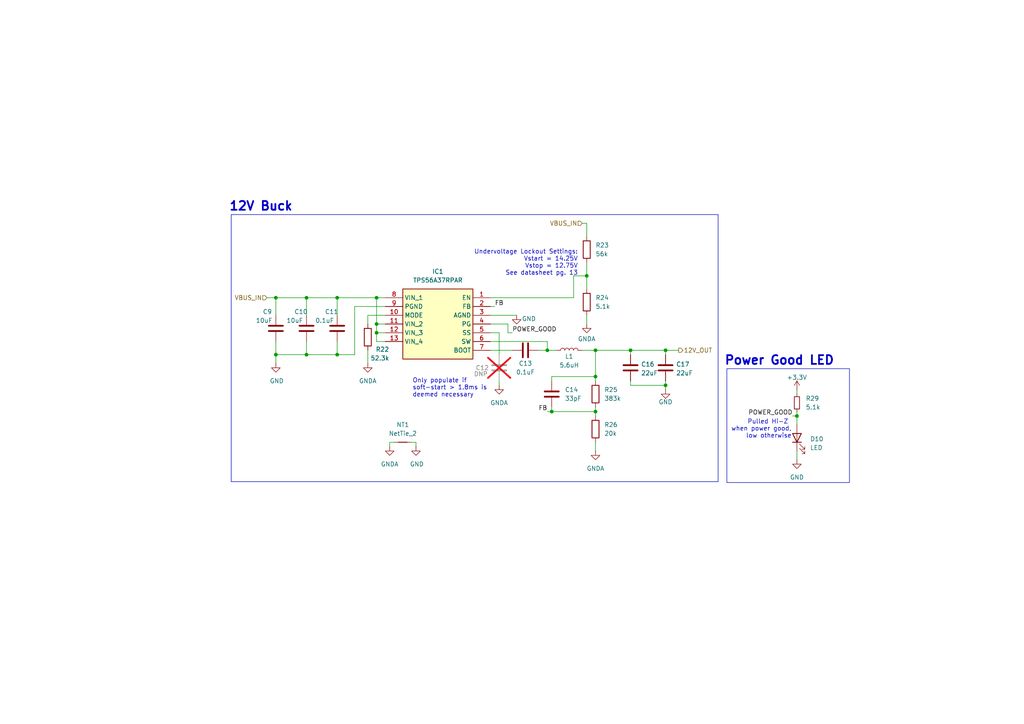
<source format=kicad_sch>
(kicad_sch (version 20231120) (generator "eeschema") (generator_version "8.0")
  (paper "A4")
  (title_block (title "12V Buck Converter") (company "Longhorn Racing Solar") (comment 1 "https://cloud.wikis.utexas.edu/wiki/x/-qKvAQ"))
  (lib_symbols
    (symbol "Device:C" (pin_numbers hide) (pin_names (offset 0.254))
      (property "Reference" "C" (at 0.635 2.54 0))
      (property "Value" "C" (at 0.635 -2.54 0))
      (symbol "C_0_1"
        (polyline (pts (xy -2.032 -0.762) (xy 2.032 -0.762)) (stroke (width 0.508)))
        (polyline (pts (xy -2.032 0.762) (xy 2.032 0.762)) (stroke (width 0.508)))
      )
      (symbol "C_1_1"
        (pin passive line (at 0 3.81 270) (length 2.794) (name "~") (number "1"))
        (pin passive line (at 0 -3.81 90) (length 2.794) (name "~") (number "2"))
      )
    )
    (symbol "Device:L" (pin_numbers hide) (pin_names (offset 1.016) hide)
      (property "Reference" "L" (at -1.27 0 90))
      (property "Value" "L" (at 1.905 0 90))
      (symbol "L_0_1"
        (arc (start 0 -2.54) (mid 0.6323 -1.905) (end 0 -1.27))
        (arc (start 0 -1.27) (mid 0.6323 -0.635) (end 0 0))
        (arc (start 0 0) (mid 0.6323 0.635) (end 0 1.27))
        (arc (start 0 1.27) (mid 0.6323 1.905) (end 0 2.54))
      )
      (symbol "L_1_1"
        (pin passive line (at 0 3.81 270) (length 1.27) (name "1") (number "1"))
        (pin passive line (at 0 -3.81 90) (length 1.27) (name "2") (number "2"))
      )
    )
    (symbol "Device:LED" (pin_numbers hide) (pin_names (offset 1.016) hide)
      (property "Reference" "D" (at 0 2.54 0))
      (property "Value" "LED" (at 0 -2.54 0))
      (symbol "LED_0_1"
        (polyline (pts (xy -1.27 -1.27) (xy -1.27 1.27)) (stroke (width 0.254)))
        (polyline (pts (xy -1.27 0) (xy 1.27 0)))
        (polyline (pts (xy 1.27 -1.27) (xy 1.27 1.27) (xy -1.27 0) (xy 1.27 -1.27)) (stroke (width 0.254)))
        (polyline (pts (xy -3.048 -0.762) (xy -4.572 -2.286) (xy -3.81 -2.286) (xy -4.572 -2.286) (xy -4.572 -1.524)))
        (polyline (pts (xy -1.778 -0.762) (xy -3.302 -2.286) (xy -2.54 -2.286) (xy -3.302 -2.286) (xy -3.302 -1.524)))
      )
      (symbol "LED_1_1"
        (pin passive line (at -3.81 0 0) (length 2.54) (name "K") (number "1"))
        (pin passive line (at 3.81 0 180) (length 2.54) (name "A") (number "2"))
      )
    )
    (symbol "Device:NetTie_2" (pin_numbers hide) (pin_names (offset 0) hide) (in_bom no)
      (property "Reference" "NT" (at 0 1.27 0))
      (property "Value" "NetTie_2" (at 0 -1.27 0))
      (symbol "NetTie_2_0_1"
        (polyline (pts (xy -1.27 0) (xy 1.27 0)) (stroke (width 0.254)))
      )
      (symbol "NetTie_2_1_1"
        (pin passive line (at -2.54 0 0) (length 2.54) (name "1") (number "1"))
        (pin passive line (at 2.54 0 180) (length 2.54) (name "2") (number "2"))
      )
    )
    (symbol "Device:R" (pin_numbers hide) (pin_names (offset 0))
      (property "Reference" "R" (at 2.032 0 90))
      (property "Value" "R" (at 0 0 90))
      (symbol "R_0_1"
        (rectangle (start -1.016 -2.54) (end 1.016 2.54) (stroke (width 0.254)))
      )
      (symbol "R_1_1"
        (pin passive line (at 0 3.81 270) (length 1.27) (name "~") (number "1"))
        (pin passive line (at 0 -3.81 90) (length 1.27) (name "~") (number "2"))
      )
    )
    (symbol "Device:R_Small" (pin_numbers hide) (pin_names (offset 0.254) hide)
      (property "Reference" "R" (at 0.762 0.508 0))
      (property "Value" "R_Small" (at 0.762 -1.016 0))
      (symbol "R_Small_0_1"
        (rectangle (start -0.762 1.778) (end 0.762 -1.778) (stroke (width 0.2032)))
      )
      (symbol "R_Small_1_1"
        (pin passive line (at 0 2.54 270) (length 0.762) (name "~") (number "1"))
        (pin passive line (at 0 -2.54 90) (length 0.762) (name "~") (number "2"))
      )
    )
    (symbol "power:+3.3V" (power) (pin_numbers hide) (pin_names (offset 0) hide)
      (property "Value" "+3.3V" (at 0 3.556 0))
      (symbol "+3.3V_0_1"
        (polyline (pts (xy -0.762 1.27) (xy 0 2.54)))
        (polyline (pts (xy 0 0) (xy 0 2.54)))
        (polyline (pts (xy 0 2.54) (xy 0.762 1.27)))
      )
      (symbol "+3.3V_1_1"
        (pin power_in line (at 0 0 90) (length 0) (name "~") (number "1"))
      )
    )
    (symbol "power:GND" (power) (pin_numbers hide) (pin_names (offset 0) hide)
      (property "Value" "GND" (at 0 -3.81 0))
      (symbol "GND_0_1"
        (polyline (pts (xy 0 0) (xy 0 -1.27) (xy 1.27 -1.27) (xy 0 -2.54) (xy -1.27 -1.27) (xy 0 -1.27)))
      )
      (symbol "GND_1_1"
        (pin power_in line (at 0 0 270) (length 0) (name "~") (number "1"))
      )
    )
    (symbol "power:GNDA" (power) (pin_numbers hide) (pin_names (offset 0) hide)
      (property "Value" "GNDA" (at 0 -3.81 0))
      (symbol "GNDA_0_1"
        (polyline (pts (xy 0 0) (xy 0 -1.27) (xy 1.27 -1.27) (xy 0 -2.54) (xy -1.27 -1.27) (xy 0 -1.27)))
      )
      (symbol "GNDA_1_1"
        (pin power_in line (at 0 0 270) (length 0) (name "~") (number "1"))
      )
    )
    (symbol "utsvt-power-regulators:TPS56A37RPAR"
      (property "Reference" "IC" (at 26.67 7.62 0))
      (property "Value" "TPS56A37RPAR" (at 26.67 5.08 0))
      (symbol "TPS56A37RPAR_1_1"
        (rectangle (start 5.08 2.54) (end 25.4 -17.78) (stroke (width 0.254)) (fill (type background)))
        (pin passive line (at 0 0 0) (length 5.08) (name "EN") (number "1"))
        (pin passive line (at 30.48 -5.08 180) (length 5.08) (name "MODE") (number "10"))
        (pin passive line (at 30.48 -7.62 180) (length 5.08) (name "VIN_2") (number "11"))
        (pin passive line (at 30.48 -10.16 180) (length 5.08) (name "VIN_3") (number "12"))
        (pin passive line (at 30.48 -12.7 180) (length 5.08) (name "VIN_4") (number "13"))
        (pin passive line (at 0 -2.54 0) (length 5.08) (name "FB") (number "2"))
        (pin passive line (at 0 -5.08 0) (length 5.08) (name "AGND") (number "3"))
        (pin passive line (at 0 -7.62 0) (length 5.08) (name "PG") (number "4"))
        (pin passive line (at 0 -10.16 0) (length 5.08) (name "SS") (number "5"))
        (pin passive line (at 0 -12.7 0) (length 5.08) (name "SW") (number "6"))
        (pin passive line (at 0 -15.24 0) (length 5.08) (name "BOOT") (number "7"))
        (pin passive line (at 30.48 0 180) (length 5.08) (name "VIN_1") (number "8"))
        (pin passive line (at 30.48 -2.54 180) (length 5.08) (name "PGND") (number "9"))
      )
    )
  )
  (junction (at 80.01 86.36))
  (junction (at 109.22 96.52))
  (junction (at 97.79 102.87))
  (junction (at 170.18 80.01))
  (junction (at 109.22 86.36))
  (junction (at 182.88 101.6))
  (junction (at 88.9 86.36))
  (junction (at 97.79 86.36))
  (junction (at 158.75 101.6))
  (junction (at 172.72 101.6))
  (junction (at 88.9 102.87))
  (junction (at 193.04 111.76))
  (junction (at 160.02 119.38))
  (junction (at 231.14 120.65))
  (junction (at 172.72 109.22))
  (junction (at 109.22 93.98))
  (junction (at 172.72 119.38))
  (junction (at 193.04 101.6))
  (junction (at 80.01 102.87))
  (wire (pts (xy 193.04 101.6) (xy 196.85 101.6)))
  (wire (pts (xy 231.14 113.03) (xy 231.14 114.3)))
  (wire (pts (xy 147.32 96.52) (xy 148.59 96.52)))
  (wire (pts (xy 160.02 119.38) (xy 172.72 119.38)))
  (wire (pts (xy 97.79 86.36) (xy 109.22 86.36)))
  (wire (pts (xy 160.02 119.38) (xy 160.02 118.11)))
  (wire (pts (xy 144.78 111.76) (xy 144.78 110.49)))
  (wire (pts (xy 88.9 102.87) (xy 80.01 102.87)))
  (wire (pts (xy 166.37 80.01) (xy 170.18 80.01)))
  (wire (pts (xy 142.24 88.9) (xy 143.51 88.9)))
  (wire (pts (xy 172.72 128.27) (xy 172.72 130.81)))
  (wire (pts (xy 142.24 91.44) (xy 149.86 91.44)))
  (wire (pts (xy 156.21 101.6) (xy 158.75 101.6)))
  (wire (pts (xy 193.04 111.76) (xy 182.88 111.76)))
  (wire (pts (xy 147.32 93.98) (xy 142.24 93.98)))
  (wire (pts (xy 170.18 64.77) (xy 168.91 64.77)))
  (wire (pts (xy 172.72 101.6) (xy 182.88 101.6)))
  (wire (pts (xy 80.01 86.36) (xy 88.9 86.36)))
  (wire (pts (xy 231.14 120.65) (xy 231.14 119.38)))
  (wire (pts (xy 160.02 109.22) (xy 160.02 110.49)))
  (wire (pts (xy 102.87 88.9) (xy 102.87 102.87)))
  (wire (pts (xy 160.02 109.22) (xy 172.72 109.22)))
  (wire (pts (xy 170.18 76.2) (xy 170.18 80.01)))
  (wire (pts (xy 172.72 109.22) (xy 172.72 110.49)))
  (wire (pts (xy 166.37 80.01) (xy 166.37 86.36)))
  (wire (pts (xy 170.18 91.44) (xy 170.18 93.98)))
  (wire (pts (xy 88.9 99.06) (xy 88.9 102.87)))
  (wire (pts (xy 106.68 101.6) (xy 106.68 105.41)))
  (wire (pts (xy 106.68 91.44) (xy 106.68 93.98)))
  (wire (pts (xy 193.04 111.76) (xy 193.04 113.03)))
  (wire (pts (xy 109.22 86.36) (xy 109.22 93.98)))
  (wire (pts (xy 109.22 99.06) (xy 109.22 96.52)))
  (wire (pts (xy 97.79 102.87) (xy 88.9 102.87)))
  (wire (pts (xy 88.9 86.36) (xy 97.79 86.36)))
  (wire (pts (xy 182.88 111.76) (xy 182.88 110.49)))
  (wire (pts (xy 97.79 99.06) (xy 97.79 102.87)))
  (wire (pts (xy 172.72 118.11) (xy 172.72 119.38)))
  (wire (pts (xy 158.75 101.6) (xy 161.29 101.6)))
  (wire (pts (xy 77.47 86.36) (xy 80.01 86.36)))
  (wire (pts (xy 80.01 105.41) (xy 80.01 102.87)))
  (wire (pts (xy 170.18 64.77) (xy 170.18 68.58)))
  (wire (pts (xy 111.76 88.9) (xy 102.87 88.9)))
  (wire (pts (xy 193.04 110.49) (xy 193.04 111.76)))
  (wire (pts (xy 111.76 99.06) (xy 109.22 99.06)))
  (wire (pts (xy 158.75 119.38) (xy 160.02 119.38)))
  (wire (pts (xy 111.76 96.52) (xy 109.22 96.52)))
  (wire (pts (xy 111.76 86.36) (xy 109.22 86.36)))
  (wire (pts (xy 231.14 130.81) (xy 231.14 133.35)))
  (wire (pts (xy 142.24 96.52) (xy 144.78 96.52)))
  (wire (pts (xy 168.91 101.6) (xy 172.72 101.6)))
  (wire (pts (xy 170.18 80.01) (xy 170.18 83.82)))
  (wire (pts (xy 113.03 129.54) (xy 113.03 128.27)))
  (wire (pts (xy 142.24 86.36) (xy 166.37 86.36)))
  (wire (pts (xy 88.9 91.44) (xy 88.9 86.36)))
  (wire (pts (xy 80.01 99.06) (xy 80.01 102.87)))
  (wire (pts (xy 113.03 128.27) (xy 114.3 128.27)))
  (wire (pts (xy 172.72 119.38) (xy 172.72 120.65)))
  (wire (pts (xy 147.32 93.98) (xy 147.32 96.52)))
  (wire (pts (xy 80.01 91.44) (xy 80.01 86.36)))
  (wire (pts (xy 193.04 102.87) (xy 193.04 101.6)))
  (wire (pts (xy 158.75 99.06) (xy 158.75 101.6)))
  (wire (pts (xy 120.65 128.27) (xy 120.65 129.54)))
  (wire (pts (xy 120.65 128.27) (xy 119.38 128.27)))
  (wire (pts (xy 142.24 99.06) (xy 158.75 99.06)))
  (wire (pts (xy 229.87 120.65) (xy 231.14 120.65)))
  (wire (pts (xy 102.87 102.87) (xy 97.79 102.87)))
  (wire (pts (xy 231.14 123.19) (xy 231.14 120.65)))
  (wire (pts (xy 182.88 102.87) (xy 182.88 101.6)))
  (wire (pts (xy 182.88 101.6) (xy 193.04 101.6)))
  (wire (pts (xy 109.22 96.52) (xy 109.22 93.98)))
  (wire (pts (xy 172.72 101.6) (xy 172.72 109.22)))
  (wire (pts (xy 97.79 91.44) (xy 97.79 86.36)))
  (wire (pts (xy 142.24 101.6) (xy 148.59 101.6)))
  (wire (pts (xy 111.76 91.44) (xy 106.68 91.44)))
  (wire (pts (xy 109.22 93.98) (xy 111.76 93.98)))
  (wire (pts (xy 144.78 96.52) (xy 144.78 102.87)))
  (rectangle (start 67.056 62.23) (end 208.28 139.7))
  (rectangle (start 210.82 106.934) (end 246.38 139.954))
  (text "Only populate if \nsoft-start > 1.8ms is \ndeemed necessary" (at 119.634 112.522 0) (effects (font (size 1.27 1.27)) (justify left)))
  (text "Undervoltage Lockout Settings:\nVstart = 14.25V\nVstop = 12.75V\nSee datasheet pg. 13" (at 167.64 76.2 0) (effects (font (size 1.27 1.27)) (justify right)))
  (text "Pulled Hi-Z \nwhen power good,\nlow otherwise" (at 229.616 124.46 0) (effects (font (size 1.27 1.27)) (justify right)))
  (text "Power Good LED" (at 226.06 104.648 0) (effects (font (size 2.54 2.54) (bold yes))))
  (text "12V Buck" (at 75.692 59.944 0) (effects (font (size 2.54 2.54) (bold yes))))
  (label "POWER_GOOD" (at 148.59 96.52 0))
  (label "POWER_GOOD" (at 229.87 120.65 180))
  (label "FB" (at 158.75 119.38 180))
  (label "FB" (at 143.51 88.9 0))
  (hierarchical_label "VBUS_IN" (shape input) (at 168.91 64.77 180))
  (hierarchical_label "VBUS_IN" (shape input) (at 77.47 86.36 180))
  (hierarchical_label "12V_OUT" (shape output) (at 196.85 101.6 0))
  (symbol (lib_id "power:GNDA") (at 144.78 111.76 0) (unit 1)
    (property "Reference" "#PWR055" (effects (hide yes)))
    (property "Value" "GNDA" (at 144.78 116.84 0))
    (property "Description" "Power symbol creates a global label with name \"GNDA\" , analog ground" (effects (hide yes)))
  )
  (symbol (lib_id "Device:C") (at 182.88 106.68 0) (unit 1)
    (property "Reference" "C16" (at 185.928 105.664 0) (effects (justify left)))
    (property "Value" "22uF" (at 185.928 108.204 0) (effects (justify left)))
    (property "Footprint" "Capacitor_SMD:C_1210_3225Metric" (effects (hide yes)))
    (property "Description" "Unpolarized capacitor" (effects (hide yes)))
    (property "Vdc" "35V" (effects (hide yes)))
    (property "Manufacturer_Name" "Taiyo Yuden" (effects (hide yes)))
    (property "Mouser Part Number" " GMK325BJ226MM-P " (effects (hide yes)))
  )
  (symbol (lib_id "Device:L") (at 165.1 101.6 90) (unit 1)
    (property "Reference" "L1" (at 165.1 103.378 90))
    (property "Value" "5.6uH" (at 165.1 105.918 90))
    (property "Footprint" "UTSVT_Passive:INDPM110100X400N" (effects (hide yes)))
    (property "Datasheet" "https://www.mouser.com/datasheet/2/54/Bourns_07202023_SRP1038CC-3247812.pdf" (effects (hide yes)))
    (property "Description" "Inductor" (effects (hide yes)))
    (property "Mouser Part Number" "SRP1038CC-5R6M" (effects (hide yes)))
    (property "Manufacturer_Name" "Bourns" (effects (hide yes)))
  )
  (symbol (lib_id "Device:R") (at 172.72 114.3 0) (unit 1)
    (property "Reference" "R25" (at 175.26 113.0299 0) (effects (justify left)))
    (property "Value" "383k" (at 175.26 115.5699 0) (effects (justify left)))
    (property "Footprint" "Resistor_SMD:R_0805_2012Metric" (effects (hide yes)))
    (property "Description" "Resistor" (effects (hide yes)))
    (property "Mouser Part Number" "CRCW0805383KFKEAC" (effects (hide yes)))
    (property "Manufacturer_Name" "VISHAY" (effects (hide yes)))
  )
  (symbol (lib_id "power:GND") (at 120.65 129.54 0) (unit 1)
    (property "Reference" "#PWR054" (effects (hide yes)))
    (property "Value" "GND" (at 120.904 134.62 0))
    (property "Description" "Power symbol creates a global label with name \"GND\" , ground" (effects (hide yes)))
  )
  (symbol (lib_id "power:GNDA") (at 170.18 93.98 0) (unit 1)
    (property "Reference" "#PWR057" (effects (hide yes)))
    (property "Value" "GNDA" (at 170.18 98.298 0))
    (property "Description" "Power symbol creates a global label with name \"GNDA\" , analog ground" (effects (hide yes)))
  )
  (symbol (lib_id "Device:C") (at 160.02 114.3 0) (unit 1)
    (property "Reference" "C14" (at 163.83 113.0299 0) (effects (justify left)))
    (property "Value" "33pF" (at 163.83 115.5699 0) (effects (justify left)))
    (property "Footprint" "Capacitor_SMD:C_0805_2012Metric" (effects (hide yes)))
    (property "Description" "Unpolarized capacitor" (effects (hide yes)))
    (property "Mouser Part Number" "C0805C330K5RACTU" (effects (hide yes)))
    (property "Vdc" "50V" (effects (hide yes)))
    (property "Manufacturer_Name" "KEMET" (effects (hide yes)))
  )
  (symbol (lib_id "Device:C") (at 144.78 106.68 0) (unit 1) (dnp yes)
    (property "Reference" "C12" (at 137.922 106.68 0) (effects (justify left)))
    (property "Value" "DNP" (at 137.414 108.458 0) (effects (justify left)))
    (property "Footprint" "Capacitor_SMD:C_0805_2012Metric" (effects (hide yes)))
    (property "Description" "Unpolarized capacitor" (effects (hide yes)))
    (property "Manufacturer_Name" "KEMET" (effects (hide yes)))
  )
  (symbol (lib_id "power:GND") (at 80.01 105.41 0) (unit 1)
    (property "Reference" "#PWR050" (effects (hide yes)))
    (property "Value" "GND" (at 80.264 110.49 0))
    (property "Description" "Power symbol creates a global label with name \"GND\" , ground" (effects (hide yes)))
  )
  (symbol (lib_id "Device:R") (at 170.18 72.39 0) (unit 1)
    (property "Reference" "R23" (at 172.72 71.1199 0) (effects (justify left)))
    (property "Value" "56k" (at 172.72 73.6599 0) (effects (justify left)))
    (property "Footprint" "Resistor_SMD:R_0805_2012Metric" (effects (hide yes)))
    (property "Description" "Resistor" (effects (hide yes)))
    (property "Mouser Part Number" "CRCW080556K0FKEAC" (effects (hide yes)))
    (property "Manufacturer_Name" "VISHAY" (effects (hide yes)))
  )
  (symbol (lib_id "power:GNDA") (at 106.68 105.41 0) (unit 1)
    (property "Reference" "#PWR052" (effects (hide yes)))
    (property "Value" "GNDA" (at 106.68 110.49 0))
    (property "Description" "Power symbol creates a global label with name \"GNDA\" , analog ground" (effects (hide yes)))
  )
  (symbol (lib_id "power:GND") (at 231.14 133.35 0) (unit 1)
    (property "Reference" "#PWR063" (effects (hide yes)))
    (property "Value" "GND" (at 231.14 138.43 0))
    (property "Description" "Power symbol creates a global label with name \"GND\" , ground" (effects (hide yes)))
  )
  (symbol (lib_id "Device:R") (at 106.68 97.79 0) (unit 1)
    (property "Reference" "R22" (at 108.966 101.346 0) (effects (justify left)))
    (property "Value" "52.3k" (at 107.442 103.886 0) (effects (justify left)))
    (property "Footprint" "Resistor_SMD:R_0805_2012Metric" (effects (hide yes)))
    (property "Description" "Resistor" (effects (hide yes)))
    (property "Mouser Part Number" "CRCW080552K3FKEAC" (effects (hide yes)))
    (property "Manufacturer_Name" "VISHAY" (effects (hide yes)))
  )
  (symbol (lib_id "Device:C") (at 152.4 101.6 90) (unit 1)
    (property "Reference" "C13" (at 152.4 105.41 90))
    (property "Value" "0.1uF" (at 152.4 107.95 90))
    (property "Footprint" "Capacitor_SMD:C_0805_2012Metric" (effects (hide yes)))
    (property "Description" "Unpolarized capacitor" (effects (hide yes)))
    (property "Mouser Part Number" "C0805C104M5RACTU" (effects (hide yes)))
    (property "Vdc" "50V" (effects (hide yes)))
    (property "Manufacturer_Name" "KEMET" (effects (hide yes)))
  )
  (symbol (lib_id "power:GND") (at 193.04 113.03 0) (unit 1)
    (property "Reference" "#PWR061" (effects (hide yes)))
    (property "Value" "GND" (at 193.04 116.586 0))
    (property "Description" "Power symbol creates a global label with name \"GND\" , ground" (effects (hide yes)))
  )
  (symbol (lib_id "Device:C") (at 193.04 106.68 0) (unit 1)
    (property "Reference" "C17" (at 196.088 105.664 0) (effects (justify left)))
    (property "Value" "22uF" (at 196.088 108.204 0) (effects (justify left)))
    (property "Footprint" "Capacitor_SMD:C_1210_3225Metric" (effects (hide yes)))
    (property "Description" "Unpolarized capacitor" (effects (hide yes)))
    (property "Vdc" "35V" (effects (hide yes)))
    (property "Manufacturer_Name" "Taiyo Yuden" (effects (hide yes)))
    (property "Mouser Part Number" " GMK325BJ226MM-P " (effects (hide yes)))
  )
  (symbol (lib_id "Device:R") (at 170.18 87.63 0) (unit 1)
    (property "Reference" "R24" (at 172.72 86.3599 0) (effects (justify left)))
    (property "Value" "5.1k" (at 172.72 88.8999 0) (effects (justify left)))
    (property "Footprint" "Resistor_SMD:R_0805_2012Metric" (effects (hide yes)))
    (property "Description" "Resistor" (effects (hide yes)))
    (property "Mouser Part Number" "CRCW08055K10FKEAC " (effects (hide yes)))
    (property "Manufacturer_Name" "VISHAY" (effects (hide yes)))
  )
  (symbol (lib_id "power:+3.3V") (at 231.14 113.03 0) (unit 1)
    (property "Reference" "#PWR062" (effects (hide yes)))
    (property "Value" "+3.3V" (at 231.14 109.474 0))
    (property "Description" "Power symbol creates a global label with name \"+3.3V\"" (effects (hide yes)))
  )
  (symbol (lib_id "power:GNDA") (at 172.72 130.81 0) (unit 1)
    (property "Reference" "#PWR058" (effects (hide yes)))
    (property "Value" "GNDA" (at 172.72 135.89 0))
    (property "Description" "Power symbol creates a global label with name \"GNDA\" , analog ground" (effects (hide yes)))
  )
  (symbol (lib_id "Device:C") (at 88.9 95.25 0) (unit 1)
    (property "Reference" "C10" (at 85.344 90.424 0) (effects (justify left)))
    (property "Value" "10uF" (at 83.058 92.964 0) (effects (justify left)))
    (property "Footprint" "Capacitor_SMD:C_2220_5750Metric" (effects (hide yes)))
    (property "Description" "Unpolarized capacitor" (effects (hide yes)))
    (property "Vdc" "50V" (effects (hide yes)))
    (property "Mouser Part Number" "C2220C106M5RACTU" (effects (hide yes)))
    (property "Manufacturer_Name" "KEMET" (effects (hide yes)))
  )
  (symbol (lib_id "Device:LED") (at 231.14 127 90) (unit 1)
    (property "Reference" "D10" (at 234.95 127.3174 90) (effects (justify right)))
    (property "Value" "LED" (at 234.95 129.8574 90) (effects (justify right)))
    (property "Footprint" "LED_SMD:LED_0805_2012Metric" (effects (hide yes)))
    (property "Datasheet" "https://www.mouser.com/datasheet/2/216/APTD2012LCGCK-1102037.pdf" (effects (hide yes)))
    (property "Description" "Light emitting diode" (effects (hide yes)))
    (property "Mouser Part Number" "604-APTD2012LCGCK" (effects (hide yes)))
    (property "If" "2mA" (effects (hide yes)))
    (property "Vf" "1.9V" (effects (hide yes)))
    (property "Manufacturer_Name" "Kingbright" (effects (hide yes)))
  )
  (symbol (lib_id "Device:R") (at 172.72 124.46 0) (unit 1)
    (property "Reference" "R26" (at 175.26 123.1899 0) (effects (justify left)))
    (property "Value" "20k" (at 175.26 125.7299 0) (effects (justify left)))
    (property "Footprint" "Resistor_SMD:R_0805_2012Metric" (effects (hide yes)))
    (property "Description" "Resistor" (effects (hide yes)))
    (property "Mouser Part Number" "CRCW080520K0FKEAC" (effects (hide yes)))
    (property "Manufacturer_Name" "VISHAY" (effects (hide yes)))
  )
  (symbol (lib_id "Device:C") (at 80.01 95.25 0) (unit 1)
    (property "Reference" "C9" (at 76.2 90.424 0) (effects (justify left)))
    (property "Value" "10uF" (at 74.168 92.964 0) (effects (justify left)))
    (property "Footprint" "Capacitor_SMD:C_2220_5750Metric" (effects (hide yes)))
    (property "Description" "Unpolarized capacitor" (effects (hide yes)))
    (property "Vdc" "50V" (effects (hide yes)))
    (property "Mouser Part Number" "C2220C106M5RACTU" (effects (hide yes)))
    (property "Manufacturer_Name" "KEMET" (effects (hide yes)))
  )
  (symbol (lib_id "power:GNDA") (at 113.03 129.54 0) (unit 1)
    (property "Reference" "#PWR053" (effects (hide yes)))
    (property "Value" "GNDA" (at 113.03 134.62 0))
    (property "Description" "Power symbol creates a global label with name \"GNDA\" , analog ground" (effects (hide yes)))
  )
  (symbol (lib_id "utsvt-power-regulators:TPS56A37RPAR") (at 142.24 86.36 0) (mirror y) (unit 1)
    (property "Reference" "IC1" (at 127 78.74 0))
    (property "Value" "TPS56A37RPAR" (at 127 81.28 0))
    (property "Footprint" "UTSVT_Power:TPS56A37RPAR" (effects (hide yes)))
    (property "Datasheet" "https://www.ti.com/lit/ds/symlink/tps56a37.pdf?ts=1708310049261&ref_url=https%253A%252F%252Fwww.ti.com%252Fproduct%252FTPS56A37" (effects (hide yes)))
    (property "Description" "Switching Voltage Regulators 4.5V to 28V input, 10A synchronous buck converter" (effects (hide yes)))
    (property "Height" "1" (effects (hide yes)))
    (property "Mouser Part Number" "595-TPS56A37RPAR" (effects (hide yes)))
    (property "Mouser Price/Stock" "https://www.mouser.co.uk/ProductDetail/Texas-Instruments/TPS56A37RPAR?qs=dbcCsuKDzFV3BmG4b9YeGQ%3D%3D" (effects (hide yes)))
    (property "Manufacturer_Name" "Texas Instruments" (effects (hide yes)))
    (property "Manufacturer_Part_Number" "TPS56A37RPAR" (effects (hide yes)))
  )
  (symbol (lib_id "Device:C") (at 97.79 95.25 0) (unit 1)
    (property "Reference" "C11" (at 94.234 90.424 0) (effects (justify left)))
    (property "Value" "0.1uF" (at 91.44 92.964 0) (effects (justify left)))
    (property "Footprint" "Capacitor_SMD:C_0805_2012Metric" (effects (hide yes)))
    (property "Description" "Unpolarized capacitor" (effects (hide yes)))
    (property "Mouser Part Number" "C0805C104M5RACTU" (effects (hide yes)))
    (property "Vdc" "50V" (effects (hide yes)))
    (property "Manufacturer_Name" "KEMET" (effects (hide yes)))
  )
  (symbol (lib_id "Device:NetTie_2") (at 116.84 128.27 0) (unit 1) (in_bom no)
    (property "Reference" "NT1" (at 116.84 123.19 0))
    (property "Value" "NetTie_2" (at 116.84 125.73 0))
    (property "Footprint" "NetTie:NetTie-2_SMD_Pad2.0mm" (effects (hide yes)))
    (property "Description" "Net tie, 2 pins" (effects (hide yes)))
  )
  (symbol (lib_id "Device:R_Small") (at 231.14 116.84 0) (unit 1)
    (property "Reference" "R29" (at 233.68 115.5699 0) (effects (justify left)))
    (property "Value" "5.1k" (at 233.68 118.1099 0) (effects (justify left)))
    (property "Footprint" "Resistor_SMD:R_0805_2012Metric" (effects (hide yes)))
    (property "Description" "Resistor, small symbol" (effects (hide yes)))
    (property "Mouser Part Number" "CRCW08055K10FKEAC " (effects (hide yes)))
    (property "Manufacturer_Name" "VISHAY" (effects (hide yes)))
  )
  (symbol (lib_id "power:GND") (at 149.86 91.44 0) (unit 1)
    (property "Reference" "#PWR056" (effects (hide yes)))
    (property "Value" "GND" (at 153.416 92.456 0))
    (property "Description" "Power symbol creates a global label with name \"GND\" , ground" (effects (hide yes)))
  )
)
</source>
